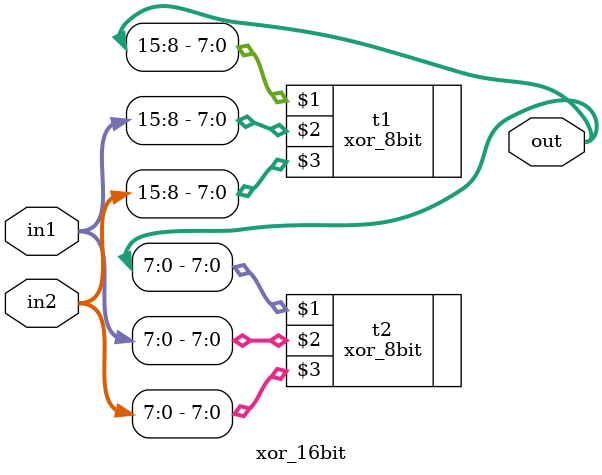
<source format=v>
module xor_16bit(out,in1,in2);
input [15:0] in1, in2;
output [15:0] out;

xor_8bit t1(out[15:8], in1[15:8], in2[15:8]);
xor_8bit t2(out[7:0], in1[7:0], in2[7:0]);

endmodule
</source>
